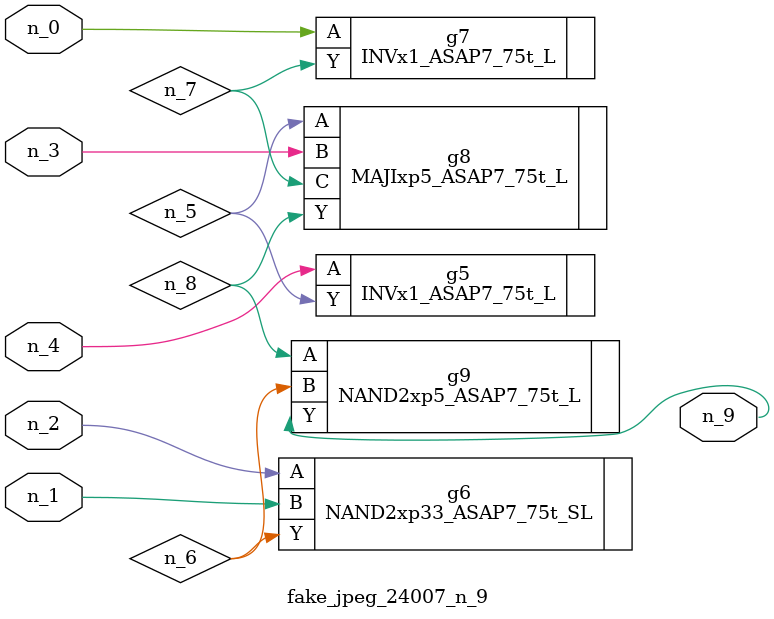
<source format=v>
module fake_jpeg_24007_n_9 (n_3, n_2, n_1, n_0, n_4, n_9);

input n_3;
input n_2;
input n_1;
input n_0;
input n_4;

output n_9;

wire n_8;
wire n_6;
wire n_5;
wire n_7;

INVx1_ASAP7_75t_L g5 ( 
.A(n_4),
.Y(n_5)
);

NAND2xp33_ASAP7_75t_SL g6 ( 
.A(n_2),
.B(n_1),
.Y(n_6)
);

INVx1_ASAP7_75t_L g7 ( 
.A(n_0),
.Y(n_7)
);

MAJIxp5_ASAP7_75t_L g8 ( 
.A(n_5),
.B(n_3),
.C(n_7),
.Y(n_8)
);

NAND2xp5_ASAP7_75t_L g9 ( 
.A(n_8),
.B(n_6),
.Y(n_9)
);


endmodule
</source>
